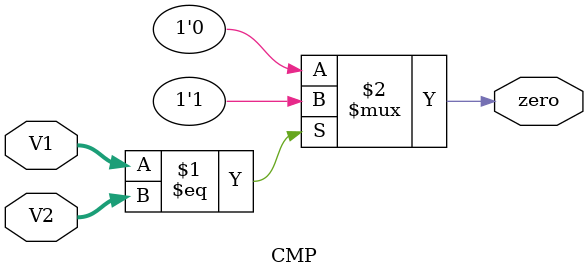
<source format=v>
module CMP(
    input [31:0] V1,
    input [31:0] V2,
    output zero
    );
    assign zero = (V1 == V2) ? 1'b1 : 1'b0;


endmodule

</source>
